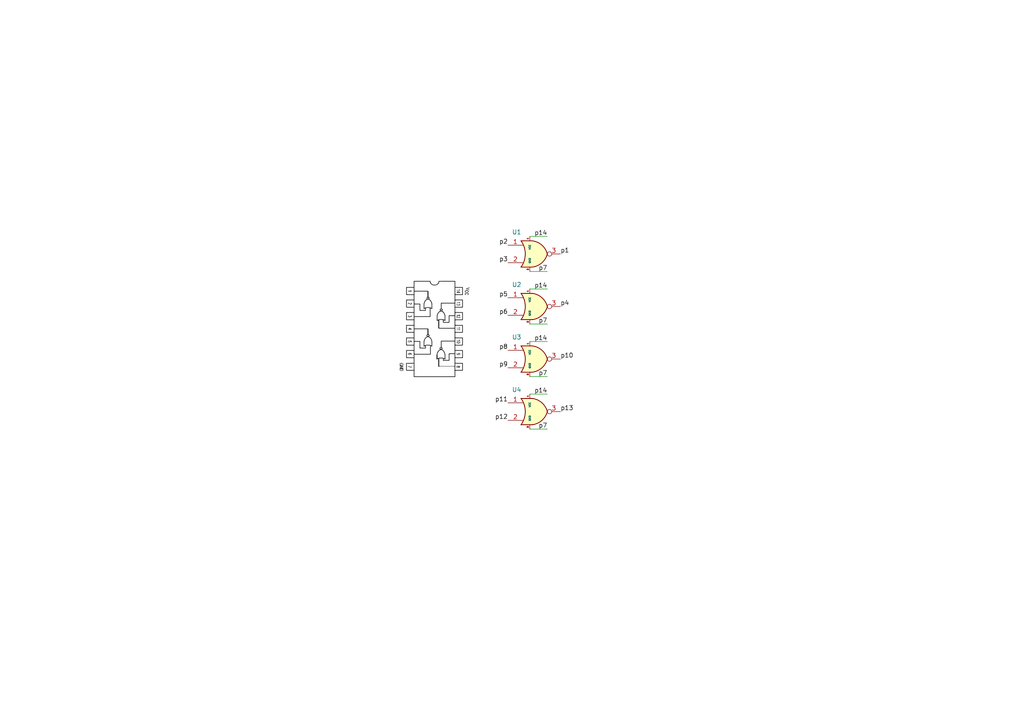
<source format=kicad_sch>
(kicad_sch (version 20231120) (generator "eeschema") (generator_version "8.0")
  (paper "A4")
  (lib_symbols
    (symbol "SimCad:NOR2" (pin_names (offset 1.016))
      (property "Reference" "U" (at 2.54 5.08 0))
      (symbol "NOR2_1_1"
        (arc (start -2.54 -3.81) (mid -1.319 0) (end -2.54 3.81) (stroke (width 0.254)))
        (polyline (pts (xy -2.54 -3.81) (xy 0.635 -3.81)) (stroke (width 0.254)) (fill (type background)))
        (polyline (pts (xy -2.54 3.81) (xy 0.635 3.81)) (stroke (width 0.254)) (fill (type background)))
        (polyline (pts (xy 0.635 3.81) (xy -2.54 3.81) (xy -2.54 3.81) (xy -2.286 3.4036) (xy -1.7526 2.2606) (xy -1.4224 1.0414) (xy -1.3462 -0.254) (xy -1.4986 -1.4986) (xy -1.905 -2.7178) (xy -2.54 -3.81) (xy -2.54 -3.81) (xy 0.635 -3.81)) (stroke (width -25.4)) (fill (type background)))
        (arc (start 0.6604 -3.81) (mid 3.4542 -2.5851) (end 5.08 0) (stroke (width 0.254)) (fill (type background)))
        (arc (start 5.08 0) (mid 3.4615 2.5936) (end 0.6604 3.81) (stroke (width 0.254)) (fill (type background)))
        (pin input line (at 0 -5.08 90) (length 1.27) (name "GND") (number "0"))
        (pin input line (at -6.35 2.54 0) (length 4.318) (name "~") (number "1"))
        (pin input line (at -6.35 -2.54 0) (length 4.318) (name "~") (number "2"))
        (pin output inverted (at 8.89 0 180) (length 3.81) (name "~") (number "3"))
        (pin input line (at 0 5.08 270) (length 1.27) (name "VCC") (number "4"))
      )
    )
  )
  (wire (pts (xy 153.67 83.82) (xy 158.75 83.82)))
  (wire (pts (xy 153.67 68.58) (xy 158.75 68.58)))
  (wire (pts (xy 153.67 78.74) (xy 158.75 78.74)))
  (wire (pts (xy 153.67 93.98) (xy 158.75 93.98)))
  (wire (pts (xy 153.67 124.46) (xy 158.75 124.46)))
  (wire (pts (xy 153.67 114.3) (xy 158.75 114.3)))
  (wire (pts (xy 153.67 109.22) (xy 158.75 109.22)))
  (wire (pts (xy 153.67 99.06) (xy 158.75 99.06)))
  (image (at 125.73 95.25))
  (label "p1" (at 162.56 73.66 0))
  (label "p3" (at 147.32 76.2 180))
  (label "p14" (at 158.75 83.82 180))
  (label "p13" (at 162.56 119.38 0))
  (label "p5" (at 147.32 86.36 180))
  (label "p6" (at 147.32 91.44 180))
  (label "p7" (at 158.75 78.74 180))
  (label "p8" (at 147.32 101.6 180))
  (label "p12" (at 147.32 121.92 180))
  (label "p14" (at 158.75 99.06 180))
  (label "p11" (at 147.32 116.84 180))
  (label "p2" (at 147.32 71.12 180))
  (label "p7" (at 158.75 124.46 180))
  (label "p14" (at 158.75 68.58 180))
  (label "p7" (at 158.75 109.22 180))
  (label "p4" (at 162.56 88.9 0))
  (label "p7" (at 158.75 93.98 180))
  (label "p10" (at 162.56 104.14 0))
  (label "p14" (at 158.75 114.3 180))
  (label "p9" (at 147.32 106.68 180))
  (symbol (lib_id "SimCad:NOR2") (at 153.67 73.66 0) (unit 1)
    (property "Reference" "U1" (at 149.86 67.31 0))
    (property "Value" "NOR2" (effects (hide yes)))
  )
  (symbol (lib_id "SimCad:NOR2") (at 153.67 88.9 0) (unit 1)
    (property "Reference" "U2" (at 149.86 82.55 0))
    (property "Value" "NOR2" (effects (hide yes)))
  )
  (symbol (lib_id "SimCad:NOR2") (at 153.67 104.14 0) (unit 1)
    (property "Reference" "U3" (at 149.86 97.79 0))
    (property "Value" "NOR2" (effects (hide yes)))
  )
  (symbol (lib_id "SimCad:NOR2") (at 153.67 119.38 0) (unit 1)
    (property "Reference" "U4" (at 149.86 113.03 0))
    (property "Value" "NOR2" (effects (hide yes)))
  )
)
</source>
